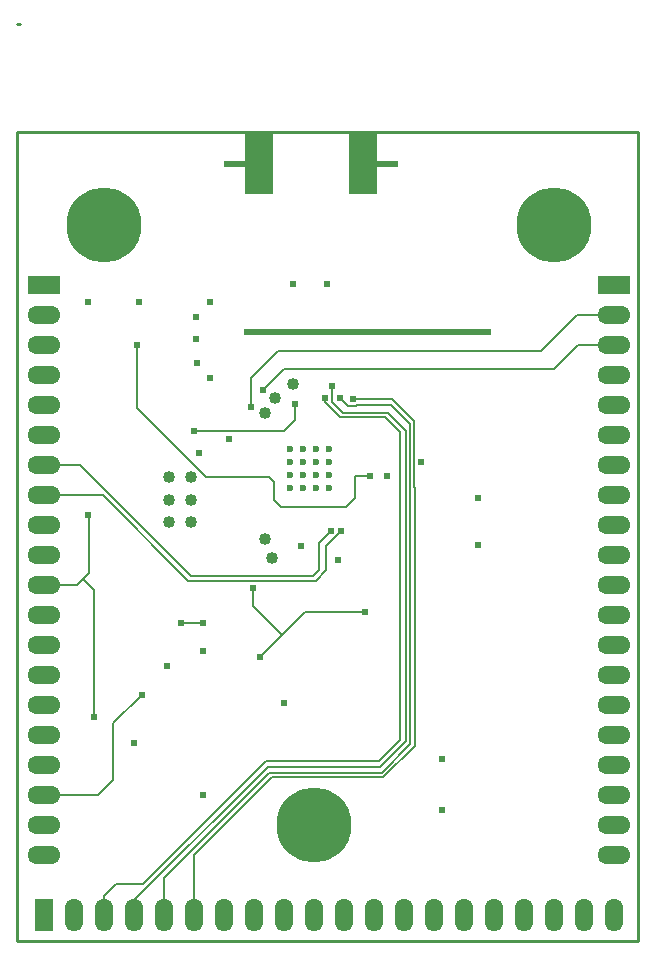
<source format=gbl>
G04 Layer_Physical_Order=4*
G04 Layer_Color=16711680*
%FSLAX25Y25*%
%MOIN*%
G70*
G01*
G75*
%ADD16R,0.09508X0.20000*%
%ADD19C,0.00800*%
%ADD20C,0.00600*%
%ADD22C,0.01000*%
%ADD24C,0.02000*%
%ADD25C,0.00700*%
%ADD26C,0.25000*%
%ADD27O,0.11000X0.06000*%
%ADD28R,0.11000X0.06000*%
%ADD29O,0.06000X0.11000*%
%ADD30R,0.06000X0.11000*%
%ADD31C,0.02400*%
%ADD32C,0.04000*%
%ADD33C,0.02362*%
D16*
X180246Y359500D02*
D03*
X214754D02*
D03*
D19*
X274000Y297000D02*
X286000Y309000D01*
X298500D01*
X278500Y291000D02*
X286500Y299000D01*
X298500D01*
X158500Y109000D02*
Y129000D01*
X209700Y278800D02*
X212411D01*
X207000Y281500D02*
X209700Y278800D01*
X138500Y109000D02*
Y114000D01*
X230400Y251100D02*
X230500Y251000D01*
X231800Y251680D02*
X232000Y251480D01*
X158500Y129000D02*
X184500Y155000D01*
X148500Y109000D02*
Y121500D01*
X183500Y156500D01*
X138500Y114000D02*
X183000Y158500D01*
X177500Y288000D02*
X186500Y297000D01*
X232000Y165500D02*
Y251480D01*
X184500Y155000D02*
X221500D01*
X230500Y166000D02*
Y251000D01*
X183500Y156500D02*
X221000D01*
X183000Y158500D02*
X220500D01*
X221500Y155000D02*
X232000Y165500D01*
X221000Y156500D02*
X230500Y166000D01*
X220500Y158500D02*
X229000Y167000D01*
X186500Y297000D02*
X274000D01*
X188500Y291000D02*
X278500D01*
X231800Y251680D02*
Y273700D01*
X212411Y278800D02*
X212611Y279000D01*
X230400Y251100D02*
Y272600D01*
X229000Y167000D02*
Y270500D01*
X224500Y281000D02*
X231800Y273700D01*
X211500Y281000D02*
X224500D01*
X224000Y279000D02*
X230400Y272600D01*
X212611Y279000D02*
X224000D01*
X223000Y276500D02*
X229000Y270500D01*
X208000Y276500D02*
X223000D01*
X204500Y280000D02*
X208000Y276500D01*
X204500Y280000D02*
Y285500D01*
X154000Y206500D02*
X161500D01*
X195500Y210000D02*
X215500D01*
X178000Y212000D02*
X187750Y202250D01*
X180500Y195000D02*
X187750Y202250D01*
X195500Y210000D01*
X185000Y247500D02*
X187500Y245000D01*
X209000D01*
X212000Y248000D01*
Y255500D01*
X217000D01*
X177500Y278500D02*
Y288000D01*
X139500Y278000D02*
Y299000D01*
Y278000D02*
X162500Y255000D01*
X183500D01*
X185000Y253500D01*
Y247500D02*
Y253500D01*
X181500Y284000D02*
X188500Y291000D01*
X108500Y149000D02*
X126500D01*
X131500Y154000D01*
Y173000D01*
X141000Y182500D01*
X178000Y212000D02*
Y218000D01*
D20*
X128500Y109000D02*
Y115500D01*
X132500Y119500D01*
X141500D01*
X182500Y160500D01*
X220000D01*
X227000Y167500D01*
Y270000D01*
X222000Y275000D02*
X227000Y270000D01*
X207000Y275000D02*
X222000D01*
X202000Y280000D02*
X207000Y275000D01*
X202000Y280000D02*
Y281500D01*
X200000Y233000D02*
X204000Y237000D01*
X200000Y224000D02*
Y233000D01*
X108500Y259000D02*
X120500D01*
X202500Y232000D02*
X207500Y237000D01*
X202500Y224000D02*
Y232000D01*
X120500Y259000D02*
X157500Y222000D01*
X198000D02*
X200000Y224000D01*
X199000Y220500D02*
X202500Y224000D01*
X157500Y222000D02*
X198000D01*
X108500Y249000D02*
X128000D01*
X156500Y220500D01*
X199000D01*
D22*
X99500Y406000D02*
X100500D01*
X136500Y370000D02*
X306500D01*
Y362500D02*
Y370000D01*
X99500Y100500D02*
Y362500D01*
X306500Y100500D02*
Y362500D01*
X99500Y100500D02*
X306500D01*
X99500Y370000D02*
X136500D01*
X99500Y362500D02*
Y370000D01*
D24*
X176000Y303500D02*
X256500D01*
X169500Y359500D02*
X180246D01*
X214754D02*
X225500D01*
D25*
X108500Y219000D02*
X119500D01*
X158500Y270500D02*
X188500D01*
X192000Y274000D01*
Y279500D01*
X125000Y175000D02*
Y217500D01*
X121500Y221000D02*
X125000Y217500D01*
X119500Y219000D02*
X121500Y221000D01*
X123500Y223000D01*
X123000Y242500D02*
X123500Y243000D01*
Y223000D02*
Y243000D01*
D26*
X278500Y339000D02*
D03*
X128500D02*
D03*
X198500Y139000D02*
D03*
D27*
X298500Y129000D02*
D03*
Y139000D02*
D03*
Y149000D02*
D03*
Y159000D02*
D03*
Y169000D02*
D03*
Y179000D02*
D03*
Y189000D02*
D03*
Y199000D02*
D03*
Y209000D02*
D03*
Y219000D02*
D03*
Y229000D02*
D03*
Y239000D02*
D03*
Y249000D02*
D03*
Y259000D02*
D03*
Y269000D02*
D03*
Y279000D02*
D03*
Y289000D02*
D03*
Y299000D02*
D03*
Y309000D02*
D03*
X108500Y129000D02*
D03*
Y139000D02*
D03*
Y149000D02*
D03*
Y159000D02*
D03*
Y169000D02*
D03*
Y179000D02*
D03*
Y189000D02*
D03*
Y199000D02*
D03*
Y209000D02*
D03*
Y219000D02*
D03*
Y229000D02*
D03*
Y239000D02*
D03*
Y249000D02*
D03*
Y259000D02*
D03*
Y269000D02*
D03*
Y279000D02*
D03*
Y289000D02*
D03*
Y299000D02*
D03*
Y309000D02*
D03*
D28*
X298500Y319000D02*
D03*
X108500D02*
D03*
D29*
X298500Y109000D02*
D03*
X288500D02*
D03*
X278500D02*
D03*
X268500D02*
D03*
X258500D02*
D03*
X248500D02*
D03*
X238500D02*
D03*
X228500D02*
D03*
X218500D02*
D03*
X208500D02*
D03*
X198500D02*
D03*
X188500D02*
D03*
X178500D02*
D03*
X168500D02*
D03*
X158500D02*
D03*
X148500D02*
D03*
X138500D02*
D03*
X128500D02*
D03*
X118500D02*
D03*
D30*
X108500D02*
D03*
D31*
X202795Y319469D02*
D03*
X160000Y263000D02*
D03*
X138500Y166500D02*
D03*
X149500Y192000D02*
D03*
X188551Y179551D02*
D03*
X215500Y210000D02*
D03*
X180500Y195000D02*
D03*
X194153Y232154D02*
D03*
X234000Y260000D02*
D03*
X253000Y248000D02*
D03*
Y232500D02*
D03*
X161346Y196846D02*
D03*
X161346Y148846D02*
D03*
X159000Y308500D02*
D03*
X159000Y301000D02*
D03*
X159500Y293000D02*
D03*
X163654Y313346D02*
D03*
Y288154D02*
D03*
X191469Y319469D02*
D03*
X211500Y281000D02*
D03*
X207000Y281500D02*
D03*
X204500Y285500D02*
D03*
X202000Y281500D02*
D03*
X154000Y206500D02*
D03*
X161500D02*
D03*
X139500Y299000D02*
D03*
X217000Y255500D02*
D03*
X206500Y227500D02*
D03*
X204000Y237000D02*
D03*
X207500D02*
D03*
X177500Y278500D02*
D03*
X170153Y267653D02*
D03*
X222654Y255346D02*
D03*
X192000Y279500D02*
D03*
X123000Y242500D02*
D03*
X181500Y284000D02*
D03*
X158500Y270500D02*
D03*
X141000Y182500D02*
D03*
X125000Y175000D02*
D03*
X178000Y218000D02*
D03*
X123000Y313500D02*
D03*
X140000D02*
D03*
X241000Y144000D02*
D03*
Y161000D02*
D03*
X256500Y303500D02*
D03*
X176000D02*
D03*
X169500Y359500D02*
D03*
X225500D02*
D03*
D32*
X157500Y240000D02*
D03*
Y247500D02*
D03*
Y255000D02*
D03*
X150000D02*
D03*
Y247500D02*
D03*
Y240000D02*
D03*
X182000Y234500D02*
D03*
X184500Y228000D02*
D03*
X185500Y281500D02*
D03*
X182000Y276500D02*
D03*
X191500Y286000D02*
D03*
D33*
X190614Y251429D02*
D03*
Y255760D02*
D03*
X194945Y251429D02*
D03*
Y255760D02*
D03*
Y264421D02*
D03*
X199276Y251429D02*
D03*
Y255760D02*
D03*
Y260090D02*
D03*
Y264421D02*
D03*
X203606Y251429D02*
D03*
Y255760D02*
D03*
Y260090D02*
D03*
Y264421D02*
D03*
X190614Y260090D02*
D03*
X194945D02*
D03*
X190614Y264421D02*
D03*
M02*

</source>
